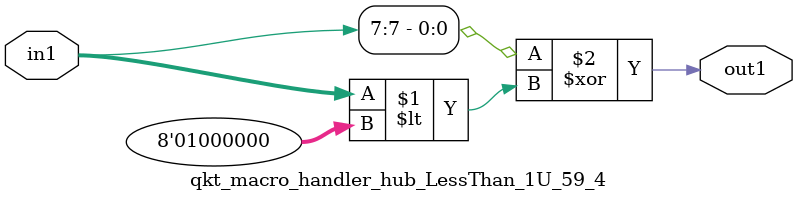
<source format=v>

`timescale 1ps / 1ps


module qkt_macro_handler_hub_LessThan_1U_59_4( in1, out1 );

    input [7:0] in1;
    output out1;

    
    // rtl_process:qkt_macro_handler_hub_LessThan_1U_59_4/qkt_macro_handler_hub_LessThan_1U_59_4_thread_1
    assign out1 = (in1[7] ^ in1 < 8'd064);

endmodule



</source>
